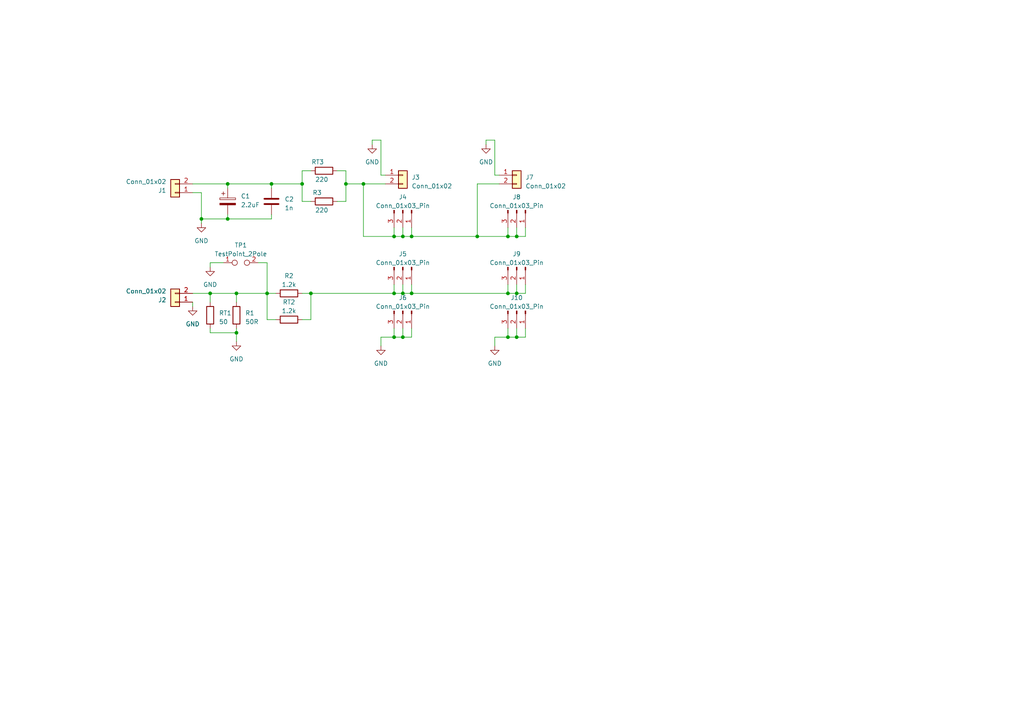
<source format=kicad_sch>
(kicad_sch (version 20230121) (generator eeschema)
  (paper "A4")
  (title_block (title "Circuit de test de transistor avec GBF") (date "25-04-2023") (rev "1") (comment 1 "Eric Hardy"))
  (lib_symbols
    (symbol "Connector:Conn_01x03_Pin" (pin_names (offset 1.016) hide)
      (property "Reference" "J" (at 0 5.08 0))
      (property "Value" "Conn_01x03_Pin" (at 0 -5.08 0))
      (symbol "Conn_01x03_Pin_1_1"
        (polyline (pts (xy 1.27 -2.54) (xy 0.8636 -2.54)) (stroke (width 0.1524)))
        (polyline (pts (xy 1.27 0) (xy 0.8636 0)) (stroke (width 0.1524)))
        (polyline (pts (xy 1.27 2.54) (xy 0.8636 2.54)) (stroke (width 0.1524)))
        (rectangle (start 0.8636 -2.413) (end 0 -2.667) (stroke (width 0.1524)) (fill (type outline)))
        (rectangle (start 0.8636 0.127) (end 0 -0.127) (stroke (width 0.1524)) (fill (type outline)))
        (rectangle (start 0.8636 2.667) (end 0 2.413) (stroke (width 0.1524)) (fill (type outline)))
        (pin passive line (at 5.08 2.54 180) (length 3.81) (name "Pin_1") (number "1"))
        (pin passive line (at 5.08 0 180) (length 3.81) (name "Pin_2") (number "2"))
        (pin passive line (at 5.08 -2.54 180) (length 3.81) (name "Pin_3") (number "3"))
      )
    )
    (symbol "Connector:TestPoint_2Pole" (pin_names (offset 0.762) hide)
      (property "Reference" "TP" (at 0 1.524 0))
      (property "Value" "TestPoint_2Pole" (at 0 -1.778 0))
      (symbol "TestPoint_2Pole_0_1"
        (circle (center -1.778 0) (radius 0.762))
        (circle (center 1.778 0) (radius 0.762))
        (pin passive line (at -5.08 0 0) (length 2.54) (name "1") (number "1"))
        (pin passive line (at 5.08 0 180) (length 2.54) (name "2") (number "2"))
      )
    )
    (symbol "Connector_Generic:Conn_01x02" (pin_names (offset 1.016) hide)
      (property "Reference" "J" (at 0 2.54 0))
      (property "Value" "Conn_01x02" (at 0 -5.08 0))
      (symbol "Conn_01x02_1_1"
        (rectangle (start -1.27 -2.413) (end 0 -2.667) (stroke (width 0.1524)))
        (rectangle (start -1.27 0.127) (end 0 -0.127) (stroke (width 0.1524)))
        (rectangle (start -1.27 1.27) (end 1.27 -3.81) (stroke (width 0.254)) (fill (type background)))
        (pin passive line (at -5.08 0 0) (length 3.81) (name "Pin_1") (number "1"))
        (pin passive line (at -5.08 -2.54 0) (length 3.81) (name "Pin_2") (number "2"))
      )
    )
    (symbol "Device:C" (pin_numbers hide) (pin_names (offset 0.254))
      (property "Reference" "C" (at 0.635 2.54 0))
      (property "Value" "C" (at 0.635 -2.54 0))
      (symbol "C_0_1"
        (polyline (pts (xy -2.032 -0.762) (xy 2.032 -0.762)) (stroke (width 0.508)))
        (polyline (pts (xy -2.032 0.762) (xy 2.032 0.762)) (stroke (width 0.508)))
      )
      (symbol "C_1_1"
        (pin passive line (at 0 3.81 270) (length 2.794) (name "~") (number "1"))
        (pin passive line (at 0 -3.81 90) (length 2.794) (name "~") (number "2"))
      )
    )
    (symbol "Device:C_Polarized" (pin_numbers hide) (pin_names (offset 0.254))
      (property "Reference" "C" (at 0.635 2.54 0))
      (property "Value" "C_Polarized" (at 0.635 -2.54 0))
      (symbol "C_Polarized_0_1"
        (rectangle (start -2.286 0.508) (end 2.286 1.016))
        (polyline (pts (xy -1.778 2.286) (xy -0.762 2.286)))
        (polyline (pts (xy -1.27 2.794) (xy -1.27 1.778)))
        (rectangle (start 2.286 -0.508) (end -2.286 -1.016) (fill (type outline)))
      )
      (symbol "C_Polarized_1_1"
        (pin passive line (at 0 3.81 270) (length 2.794) (name "~") (number "1"))
        (pin passive line (at 0 -3.81 90) (length 2.794) (name "~") (number "2"))
      )
    )
    (symbol "Device:R" (pin_numbers hide) (pin_names (offset 0))
      (property "Reference" "R" (at 2.032 0 90))
      (property "Value" "R" (at 0 0 90))
      (symbol "R_0_1"
        (rectangle (start -1.016 -2.54) (end 1.016 2.54) (stroke (width 0.254)))
      )
      (symbol "R_1_1"
        (pin passive line (at 0 3.81 270) (length 1.27) (name "~") (number "1"))
        (pin passive line (at 0 -3.81 90) (length 1.27) (name "~") (number "2"))
      )
    )
    (symbol "power:GND" (power) (pin_names (offset 0))
      (property "Value" "GND" (at 0 -3.81 0))
      (symbol "GND_0_1"
        (polyline (pts (xy 0 0) (xy 0 -1.27) (xy 1.27 -1.27) (xy 0 -2.54) (xy -1.27 -1.27) (xy 0 -1.27)))
      )
      (symbol "GND_1_1"
        (pin power_in line (at 0 0 270) (length 0) hide (name "GND") (number "1"))
      )
    )
  )
  (junction (at 87.63 53.34))
  (junction (at 147.32 97.79))
  (junction (at 114.3 97.79))
  (junction (at 116.84 68.58))
  (junction (at 78.74 53.34))
  (junction (at 66.04 53.34))
  (junction (at 77.47 85.09))
  (junction (at 116.84 97.79))
  (junction (at 100.33 53.34))
  (junction (at 66.04 63.5))
  (junction (at 149.86 85.09))
  (junction (at 105.41 53.34))
  (junction (at 114.3 85.09))
  (junction (at 149.86 68.58))
  (junction (at 116.84 85.09))
  (junction (at 114.3 68.58))
  (junction (at 60.96 85.09))
  (junction (at 90.17 85.09))
  (junction (at 58.42 63.5))
  (junction (at 138.43 68.58))
  (junction (at 68.58 96.52))
  (junction (at 119.38 68.58))
  (junction (at 147.32 68.58))
  (junction (at 68.58 85.09))
  (junction (at 119.38 85.09))
  (junction (at 149.86 97.79))
  (junction (at 147.32 85.09))
  (wire (pts (xy 144.78 50.8) (xy 143.51 50.8)))
  (wire (pts (xy 114.3 82.55) (xy 114.3 85.09)))
  (wire (pts (xy 147.32 68.58) (xy 149.86 68.58)))
  (wire (pts (xy 105.41 68.58) (xy 114.3 68.58)))
  (wire (pts (xy 143.51 40.64) (xy 140.97 40.64)))
  (wire (pts (xy 152.4 66.04) (xy 152.4 68.58)))
  (wire (pts (xy 58.42 63.5) (xy 58.42 64.77)))
  (wire (pts (xy 107.95 40.64) (xy 107.95 41.91)))
  (wire (pts (xy 66.04 53.34) (xy 78.74 53.34)))
  (wire (pts (xy 110.49 97.79) (xy 110.49 100.33)))
  (wire (pts (xy 87.63 49.53) (xy 87.63 53.34)))
  (wire (pts (xy 90.17 85.09) (xy 114.3 85.09)))
  (wire (pts (xy 140.97 40.64) (xy 140.97 41.91)))
  (wire (pts (xy 60.96 96.52) (xy 68.58 96.52)))
  (wire (pts (xy 68.58 96.52) (xy 68.58 99.06)))
  (wire (pts (xy 60.96 76.2) (xy 60.96 77.47)))
  (wire (pts (xy 80.01 85.09) (xy 77.47 85.09)))
  (wire (pts (xy 152.4 97.79) (xy 149.86 97.79)))
  (wire (pts (xy 116.84 66.04) (xy 116.84 68.58)))
  (wire (pts (xy 58.42 55.88) (xy 58.42 63.5)))
  (wire (pts (xy 77.47 92.71) (xy 77.47 85.09)))
  (wire (pts (xy 119.38 66.04) (xy 119.38 68.58)))
  (wire (pts (xy 147.32 97.79) (xy 143.51 97.79)))
  (wire (pts (xy 143.51 97.79) (xy 143.51 100.33)))
  (wire (pts (xy 149.86 95.25) (xy 149.86 97.79)))
  (wire (pts (xy 78.74 62.23) (xy 78.74 63.5)))
  (wire (pts (xy 78.74 53.34) (xy 87.63 53.34)))
  (wire (pts (xy 147.32 66.04) (xy 147.32 68.58)))
  (wire (pts (xy 87.63 53.34) (xy 87.63 58.42)))
  (wire (pts (xy 147.32 82.55) (xy 147.32 85.09)))
  (wire (pts (xy 116.84 68.58) (xy 119.38 68.58)))
  (wire (pts (xy 87.63 85.09) (xy 90.17 85.09)))
  (wire (pts (xy 80.01 92.71) (xy 77.47 92.71)))
  (wire (pts (xy 110.49 50.8) (xy 110.49 40.64)))
  (wire (pts (xy 68.58 85.09) (xy 68.58 87.63)))
  (wire (pts (xy 105.41 53.34) (xy 111.76 53.34)))
  (wire (pts (xy 90.17 49.53) (xy 87.63 49.53)))
  (wire (pts (xy 55.88 85.09) (xy 60.96 85.09)))
  (wire (pts (xy 97.79 58.42) (xy 100.33 58.42)))
  (wire (pts (xy 152.4 85.09) (xy 149.86 85.09)))
  (wire (pts (xy 97.79 49.53) (xy 100.33 49.53)))
  (wire (pts (xy 119.38 85.09) (xy 147.32 85.09)))
  (wire (pts (xy 119.38 85.09) (xy 116.84 85.09)))
  (wire (pts (xy 55.88 87.63) (xy 55.88 88.9)))
  (wire (pts (xy 138.43 68.58) (xy 147.32 68.58)))
  (wire (pts (xy 152.4 95.25) (xy 152.4 97.79)))
  (wire (pts (xy 110.49 40.64) (xy 107.95 40.64)))
  (wire (pts (xy 114.3 85.09) (xy 116.84 85.09)))
  (wire (pts (xy 149.86 66.04) (xy 149.86 68.58)))
  (wire (pts (xy 114.3 95.25) (xy 114.3 97.79)))
  (wire (pts (xy 100.33 53.34) (xy 100.33 58.42)))
  (wire (pts (xy 68.58 95.25) (xy 68.58 96.52)))
  (wire (pts (xy 55.88 55.88) (xy 58.42 55.88)))
  (wire (pts (xy 60.96 95.25) (xy 60.96 96.52)))
  (wire (pts (xy 100.33 49.53) (xy 100.33 53.34)))
  (wire (pts (xy 143.51 50.8) (xy 143.51 40.64)))
  (wire (pts (xy 147.32 85.09) (xy 149.86 85.09)))
  (wire (pts (xy 119.38 95.25) (xy 119.38 97.79)))
  (wire (pts (xy 90.17 92.71) (xy 90.17 85.09)))
  (wire (pts (xy 64.77 76.2) (xy 60.96 76.2)))
  (wire (pts (xy 116.84 97.79) (xy 114.3 97.79)))
  (wire (pts (xy 149.86 68.58) (xy 152.4 68.58)))
  (wire (pts (xy 111.76 50.8) (xy 110.49 50.8)))
  (wire (pts (xy 149.86 82.55) (xy 149.86 85.09)))
  (wire (pts (xy 114.3 66.04) (xy 114.3 68.58)))
  (wire (pts (xy 78.74 53.34) (xy 78.74 54.61)))
  (wire (pts (xy 152.4 82.55) (xy 152.4 85.09)))
  (wire (pts (xy 119.38 82.55) (xy 119.38 85.09)))
  (wire (pts (xy 66.04 63.5) (xy 78.74 63.5)))
  (wire (pts (xy 66.04 62.23) (xy 66.04 63.5)))
  (wire (pts (xy 60.96 85.09) (xy 68.58 85.09)))
  (wire (pts (xy 114.3 97.79) (xy 110.49 97.79)))
  (wire (pts (xy 66.04 53.34) (xy 66.04 54.61)))
  (wire (pts (xy 116.84 95.25) (xy 116.84 97.79)))
  (wire (pts (xy 60.96 85.09) (xy 60.96 87.63)))
  (wire (pts (xy 105.41 53.34) (xy 105.41 68.58)))
  (wire (pts (xy 114.3 68.58) (xy 116.84 68.58)))
  (wire (pts (xy 147.32 95.25) (xy 147.32 97.79)))
  (wire (pts (xy 138.43 53.34) (xy 144.78 53.34)))
  (wire (pts (xy 149.86 97.79) (xy 147.32 97.79)))
  (wire (pts (xy 55.88 53.34) (xy 66.04 53.34)))
  (wire (pts (xy 74.93 76.2) (xy 77.47 76.2)))
  (wire (pts (xy 77.47 76.2) (xy 77.47 85.09)))
  (wire (pts (xy 100.33 53.34) (xy 105.41 53.34)))
  (wire (pts (xy 87.63 58.42) (xy 90.17 58.42)))
  (wire (pts (xy 58.42 63.5) (xy 66.04 63.5)))
  (wire (pts (xy 119.38 97.79) (xy 116.84 97.79)))
  (wire (pts (xy 77.47 85.09) (xy 68.58 85.09)))
  (wire (pts (xy 116.84 82.55) (xy 116.84 85.09)))
  (wire (pts (xy 138.43 53.34) (xy 138.43 68.58)))
  (wire (pts (xy 87.63 92.71) (xy 90.17 92.71)))
  (wire (pts (xy 119.38 68.58) (xy 138.43 68.58)))
  (symbol (lib_id "Connector_Generic:Conn_01x02") (at 149.86 50.8 0) (unit 1)
    (property "Reference" "J7" (at 152.4 51.435 0) (effects (justify left)))
    (property "Value" "Conn_01x02" (at 152.4 53.975 0) (effects (justify left)))
    (property "Footprint" "Connector_PinHeader_2.54mm:PinHeader_1x02_P2.54mm_Vertical" (effects hide))
  )
  (symbol (lib_id "power:GND") (at 110.49 100.33 0) (unit 1)
    (property "Reference" "#PWR05" (effects hide))
    (property "Value" "GND" (at 110.49 105.41 0))
    (property "Footprint" "Connector_Pin:Pin_D1.0mm_L10.0mm_LooseFit" (effects hide))
  )
  (symbol (lib_id "power:GND") (at 143.51 100.33 0) (unit 1)
    (property "Reference" "#PWR08" (effects hide))
    (property "Value" "GND" (at 143.51 105.41 0))
    (property "Footprint" "Connector_Pin:Pin_D1.0mm_L10.0mm_LooseFit" (effects hide))
  )
  (symbol (lib_id "Connector_Generic:Conn_01x02") (at 50.8 87.63 180) (unit 1)
    (property "Reference" "J2" (at 48.26 86.995 0) (effects (justify left)))
    (property "Value" "Conn_01x02" (at 48.26 84.455 0) (effects (justify left)))
    (property "Footprint" "Connector_PinHeader_2.54mm:PinHeader_1x02_P2.54mm_Vertical" (effects hide))
  )
  (symbol (lib_id "Device:R") (at 83.82 85.09 90) (unit 1)
    (property "Reference" "R2" (at 83.82 80.01 90))
    (property "Value" "1.2k" (at 83.82 82.55 90))
    (property "Footprint" "Resistor_SMD:R_0805_2012Metric_Pad1.20x1.40mm_HandSolder" (effects hide))
  )
  (symbol (lib_id "power:GND") (at 68.58 99.06 0) (unit 1)
    (property "Reference" "#PWR03" (effects hide))
    (property "Value" "GND" (at 68.58 104.14 0))
  )
  (symbol (lib_id "power:GND") (at 107.95 41.91 0) (unit 1)
    (property "Reference" "#PWR04" (effects hide))
    (property "Value" "GND" (at 107.95 46.99 0))
    (property "Footprint" "Connector_Pin:Pin_D1.0mm_L10.0mm_LooseFit" (effects hide))
  )
  (symbol (lib_id "Connector:Conn_01x03_Pin") (at 116.84 77.47 270) (unit 1)
    (property "Reference" "J5" (at 116.84 73.66 90))
    (property "Value" "Conn_01x03_Pin" (at 116.84 76.2 90))
    (property "Footprint" "Connector_PinHeader_2.54mm:PinHeader_1x03_P2.54mm_Vertical" (effects hide))
  )
  (symbol (lib_id "power:GND") (at 58.42 64.77 0) (unit 1)
    (property "Reference" "#PWR02" (effects hide))
    (property "Value" "GND" (at 58.42 69.85 0))
  )
  (symbol (lib_id "power:GND") (at 140.97 41.91 0) (unit 1)
    (property "Reference" "#PWR07" (effects hide))
    (property "Value" "GND" (at 140.97 46.99 0))
    (property "Footprint" "Connector_Pin:Pin_D1.0mm_L10.0mm_LooseFit" (effects hide))
  )
  (symbol (lib_id "Device:R") (at 83.82 92.71 270) (unit 1)
    (property "Reference" "RT2" (at 83.82 87.63 90))
    (property "Value" "1.2k" (at 83.82 90.17 90))
    (property "Footprint" "Resistor_THT:R_Axial_DIN0411_L9.9mm_D3.6mm_P12.70mm_Horizontal" (effects hide))
  )
  (symbol (lib_id "power:GND") (at 55.88 88.9 0) (unit 1)
    (property "Reference" "#PWR01" (effects hide))
    (property "Value" "GND" (at 55.88 93.98 0))
  )
  (symbol (lib_id "Device:R") (at 68.58 91.44 180) (unit 1)
    (property "Reference" "R1" (at 71.12 90.805 0) (effects (justify right)))
    (property "Value" "50R" (at 71.12 93.345 0) (effects (justify right)))
    (property "Footprint" "Resistor_SMD:R_0805_2012Metric_Pad1.20x1.40mm_HandSolder" (effects hide))
  )
  (symbol (lib_id "Connector:TestPoint_2Pole") (at 69.85 76.2 0) (unit 1)
    (property "Reference" "TP1" (at 69.85 71.12 0))
    (property "Value" "TestPoint_2Pole" (at 69.85 73.66 0))
    (property "Footprint" "Connector_PinHeader_2.54mm:PinHeader_1x02_P2.54mm_Vertical" (effects hide))
  )
  (symbol (lib_id "Device:C") (at 78.74 58.42 180) (unit 1)
    (property "Reference" "C2" (at 82.55 57.785 0) (effects (justify right)))
    (property "Value" "1n" (at 82.55 60.325 0) (effects (justify right)))
    (property "Footprint" "Capacitor_THT:C_Disc_D3.0mm_W1.6mm_P2.50mm" (effects hide))
  )
  (symbol (lib_id "Connector_Generic:Conn_01x02") (at 116.84 50.8 0) (unit 1)
    (property "Reference" "J3" (at 119.38 51.435 0) (effects (justify left)))
    (property "Value" "Conn_01x02" (at 119.38 53.975 0) (effects (justify left)))
    (property "Footprint" "Connector_PinHeader_2.54mm:PinHeader_1x02_P2.54mm_Vertical" (effects hide))
  )
  (symbol (lib_id "Connector:Conn_01x03_Pin") (at 149.86 77.47 270) (unit 1)
    (property "Reference" "J9" (at 149.86 73.66 90))
    (property "Value" "Conn_01x03_Pin" (at 149.86 76.2 90))
    (property "Footprint" "Connector_PinHeader_2.54mm:PinHeader_1x03_P2.54mm_Vertical" (effects hide))
  )
  (symbol (lib_id "power:GND") (at 60.96 77.47 0) (unit 1)
    (property "Reference" "#PWR06" (effects hide))
    (property "Value" "GND" (at 60.96 82.55 0))
  )
  (symbol (lib_id "Connector:Conn_01x03_Pin") (at 149.86 60.96 270) (unit 1)
    (property "Reference" "J8" (at 149.86 57.15 90))
    (property "Value" "Conn_01x03_Pin" (at 149.86 59.69 90))
    (property "Footprint" "Connector_PinHeader_2.54mm:PinHeader_1x03_P2.54mm_Vertical" (effects hide))
  )
  (symbol (lib_id "Connector:Conn_01x03_Pin") (at 116.84 90.17 270) (unit 1)
    (property "Reference" "J6" (at 116.84 86.36 90))
    (property "Value" "Conn_01x03_Pin" (at 116.84 88.9 90))
    (property "Footprint" "Connector_PinHeader_2.54mm:PinHeader_1x03_P2.54mm_Vertical" (effects hide))
  )
  (symbol (lib_id "Connector:Conn_01x03_Pin") (at 116.84 60.96 270) (unit 1)
    (property "Reference" "J4" (at 116.84 57.15 90))
    (property "Value" "Conn_01x03_Pin" (at 116.84 59.69 90))
    (property "Footprint" "Connector_PinHeader_2.54mm:PinHeader_1x03_P2.54mm_Vertical" (effects hide))
  )
  (symbol (lib_id "Device:R") (at 93.98 58.42 270) (unit 1)
    (property "Reference" "R3" (at 93.345 55.88 90) (effects (justify right)))
    (property "Value" "220" (at 95.25 60.96 90) (effects (justify right)))
    (property "Footprint" "Resistor_SMD:R_0805_2012Metric_Pad1.20x1.40mm_HandSolder" (effects hide))
  )
  (symbol (lib_id "Connector:Conn_01x03_Pin") (at 149.86 90.17 270) (unit 1)
    (property "Reference" "J10" (at 149.86 86.36 90))
    (property "Value" "Conn_01x03_Pin" (at 149.86 88.9 90))
    (property "Footprint" "Connector_PinHeader_2.54mm:PinHeader_1x03_P2.54mm_Vertical" (effects hide))
  )
  (symbol (lib_id "Device:C_Polarized") (at 66.04 58.42 0) (unit 1)
    (property "Reference" "C1" (at 69.85 56.896 0) (effects (justify left)))
    (property "Value" "2.2uF" (at 69.85 59.436 0) (effects (justify left)))
    (property "Footprint" "Capacitor_THT:CP_Radial_D4.0mm_P1.50mm" (effects hide))
  )
  (symbol (lib_id "Connector_Generic:Conn_01x02") (at 50.8 55.88 180) (unit 1)
    (property "Reference" "J1" (at 48.26 55.245 0) (effects (justify left)))
    (property "Value" "Conn_01x02" (at 48.26 52.705 0) (effects (justify left)))
    (property "Footprint" "Connector_PinHeader_2.54mm:PinHeader_1x02_P2.54mm_Vertical" (effects hide))
  )
  (symbol (lib_id "Device:R") (at 93.98 49.53 270) (unit 1)
    (property "Reference" "RT3" (at 93.98 46.99 90) (effects (justify right)))
    (property "Value" "220" (at 95.25 52.07 90) (effects (justify right)))
    (property "Footprint" "Resistor_THT:R_Axial_DIN0411_L9.9mm_D3.6mm_P12.70mm_Horizontal" (effects hide))
  )
  (symbol (lib_id "Device:R") (at 60.96 91.44 180) (unit 1)
    (property "Reference" "RT1" (at 63.5 90.805 0) (effects (justify right)))
    (property "Value" "50" (at 63.5 93.345 0) (effects (justify right)))
    (property "Footprint" "Resistor_THT:R_Axial_DIN0411_L9.9mm_D3.6mm_P12.70mm_Horizontal" (effects hide))
  )
)
</source>
